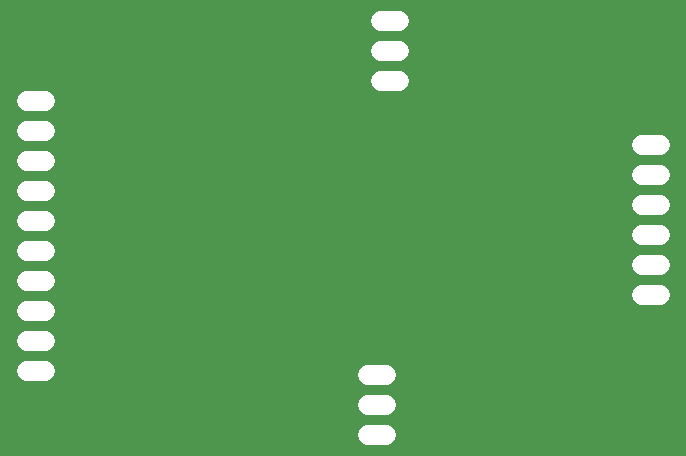
<source format=gbr>
G04 EAGLE Gerber RS-274X export*
G75*
%MOMM*%
%FSLAX34Y34*%
%LPD*%
%INSoldermask Bottom*%
%IPNEG*%
%AMOC8*
5,1,8,0,0,1.08239X$1,22.5*%
G01*
%ADD10C,1.727200*%


D10*
X295680Y509700D02*
X310920Y509700D01*
X310920Y484300D02*
X295680Y484300D01*
X295680Y458900D02*
X310920Y458900D01*
X310920Y433500D02*
X295680Y433500D01*
X295680Y408100D02*
X310920Y408100D01*
X310920Y382700D02*
X295680Y382700D01*
X295680Y357300D02*
X310920Y357300D01*
X310920Y331900D02*
X295680Y331900D01*
X295680Y306500D02*
X310920Y306500D01*
X310920Y281100D02*
X295680Y281100D01*
X584580Y277800D02*
X599820Y277800D01*
X599820Y252400D02*
X584580Y252400D01*
X584580Y227000D02*
X599820Y227000D01*
X595680Y527000D02*
X610920Y527000D01*
X610920Y552400D02*
X595680Y552400D01*
X595680Y577800D02*
X610920Y577800D01*
X816480Y472400D02*
X831720Y472400D01*
X831720Y447000D02*
X816480Y447000D01*
X816480Y421600D02*
X831720Y421600D01*
X831720Y396200D02*
X816480Y396200D01*
X816480Y370800D02*
X831720Y370800D01*
X831720Y345400D02*
X816480Y345400D01*
M02*

</source>
